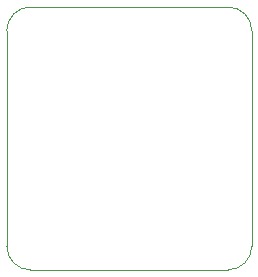
<source format=gbr>
%TF.GenerationSoftware,KiCad,Pcbnew,7.0.10*%
%TF.CreationDate,2024-02-11T10:34:46+07:00*%
%TF.ProjectId,HV-BOARD,48562d42-4f41-4524-942e-6b696361645f,rev?*%
%TF.SameCoordinates,PX86b4dd0PY68e7780*%
%TF.FileFunction,Profile,NP*%
%FSLAX46Y46*%
G04 Gerber Fmt 4.6, Leading zero omitted, Abs format (unit mm)*
G04 Created by KiCad (PCBNEW 7.0.10) date 2024-02-11 10:34:46*
%MOMM*%
%LPD*%
G01*
G04 APERTURE LIST*
%TA.AperFunction,Profile*%
%ADD10C,0.100000*%
%TD*%
G04 APERTURE END LIST*
D10*
X3Y20250002D02*
X2Y2000001D01*
X2000003Y22250000D02*
X18750000Y22250001D01*
X18750000Y0D02*
G75*
G03*
X20750000Y1999999I0J2000000D01*
G01*
X1Y2000001D02*
G75*
G03*
X2000000Y1I1999999J-1D01*
G01*
X18750000Y1D02*
X2000000Y1D01*
X2000003Y22249997D02*
G75*
G03*
X3Y20250002I-3J-1999997D01*
G01*
X20750001Y20250001D02*
G75*
G03*
X18750000Y22250001I-2000001J-1D01*
G01*
X20749998Y20250001D02*
X20750000Y1999999D01*
M02*

</source>
